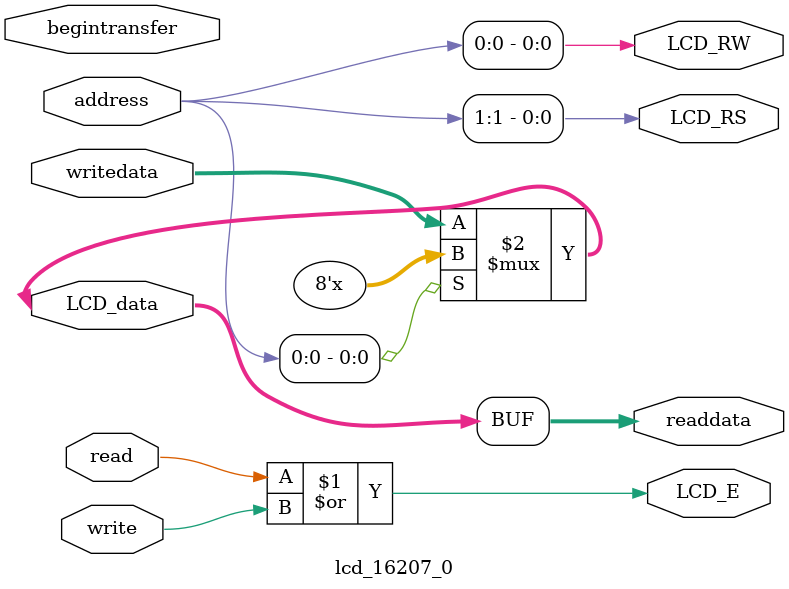
<source format=v>

`timescale 1ns / 1ps
// synthesis translate_on

// turn off superfluous verilog processor warnings 
// altera message_level Level1 
// altera message_off 10034 10035 10036 10037 10230 10240 10030 

module lcd_16207_0 (
                     // inputs:
                      address,
                      begintransfer,
                      read,
                      write,
                      writedata,

                     // outputs:
                      LCD_E,
                      LCD_RS,
                      LCD_RW,
                      LCD_data,
                      readdata
                   )
;

  output           LCD_E;
  output           LCD_RS;
  output           LCD_RW;
  inout   [  7: 0] LCD_data;
  output  [  7: 0] readdata;
  input   [  1: 0] address;
  input            begintransfer;
  input            read;
  input            write;
  input   [  7: 0] writedata;

  wire             LCD_E;
  wire             LCD_RS;
  wire             LCD_RW;
  wire    [  7: 0] LCD_data;
  wire    [  7: 0] readdata;
  assign LCD_RW = address[0];
  assign LCD_RS = address[1];
  assign LCD_E = read | write;
  assign LCD_data = (address[0]) ? 8'bz : writedata;
  assign readdata = LCD_data;
  //control_slave, which is an e_avalon_slave

endmodule


</source>
